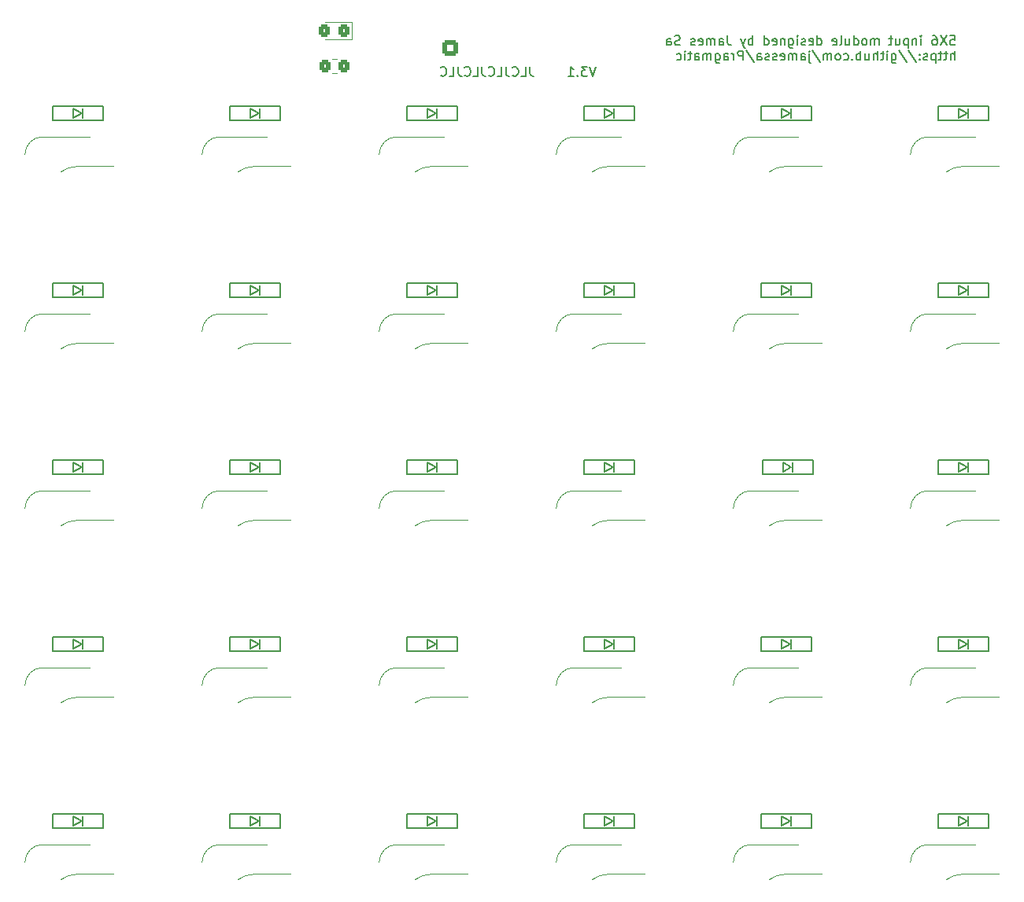
<source format=gbo>
%TF.GenerationSoftware,KiCad,Pcbnew,(6.0.7-1)-1*%
%TF.CreationDate,2022-08-07T13:04:07+08:00*%
%TF.ProjectId,Pragmatic,50726167-6d61-4746-9963-2e6b69636164,3*%
%TF.SameCoordinates,PX9157080PY3680a30*%
%TF.FileFunction,Legend,Bot*%
%TF.FilePolarity,Positive*%
%FSLAX46Y46*%
G04 Gerber Fmt 4.6, Leading zero omitted, Abs format (unit mm)*
G04 Created by KiCad (PCBNEW (6.0.7-1)-1) date 2022-08-07 13:04:07*
%MOMM*%
%LPD*%
G01*
G04 APERTURE LIST*
G04 Aperture macros list*
%AMRoundRect*
0 Rectangle with rounded corners*
0 $1 Rounding radius*
0 $2 $3 $4 $5 $6 $7 $8 $9 X,Y pos of 4 corners*
0 Add a 4 corners polygon primitive as box body*
4,1,4,$2,$3,$4,$5,$6,$7,$8,$9,$2,$3,0*
0 Add four circle primitives for the rounded corners*
1,1,$1+$1,$2,$3*
1,1,$1+$1,$4,$5*
1,1,$1+$1,$6,$7*
1,1,$1+$1,$8,$9*
0 Add four rect primitives between the rounded corners*
20,1,$1+$1,$2,$3,$4,$5,0*
20,1,$1+$1,$4,$5,$6,$7,0*
20,1,$1+$1,$6,$7,$8,$9,0*
20,1,$1+$1,$8,$9,$2,$3,0*%
G04 Aperture macros list end*
%ADD10C,0.150000*%
%ADD11C,0.120000*%
%ADD12C,2.500000*%
%ADD13RoundRect,0.250000X0.600000X-0.600000X0.600000X0.600000X-0.600000X0.600000X-0.600000X-0.600000X0*%
%ADD14C,1.700000*%
%ADD15R,1.400000X1.000000*%
%ADD16C,4.000000*%
%ADD17C,1.900000*%
%ADD18C,3.000000*%
%ADD19C,1.701800*%
%ADD20R,2.550000X2.500000*%
%ADD21C,1.800000*%
%ADD22RoundRect,0.250000X0.325000X0.450000X-0.325000X0.450000X-0.325000X-0.450000X0.325000X-0.450000X0*%
%ADD23RoundRect,0.250000X0.350000X0.450000X-0.350000X0.450000X-0.350000X-0.450000X0.350000X-0.450000X0*%
G04 APERTURE END LIST*
D10*
X-1446786Y17227620D02*
X-970596Y17227620D01*
X-922977Y16751429D01*
X-970596Y16799048D01*
X-1065834Y16846667D01*
X-1303929Y16846667D01*
X-1399167Y16799048D01*
X-1446786Y16751429D01*
X-1494405Y16656191D01*
X-1494405Y16418096D01*
X-1446786Y16322858D01*
X-1399167Y16275239D01*
X-1303929Y16227620D01*
X-1065834Y16227620D01*
X-970596Y16275239D01*
X-922977Y16322858D01*
X-1827739Y17227620D02*
X-2494405Y16227620D01*
X-2494405Y17227620D02*
X-1827739Y16227620D01*
X-3303929Y17227620D02*
X-3113453Y17227620D01*
X-3018215Y17180000D01*
X-2970596Y17132381D01*
X-2875358Y16989524D01*
X-2827739Y16799048D01*
X-2827739Y16418096D01*
X-2875358Y16322858D01*
X-2922977Y16275239D01*
X-3018215Y16227620D01*
X-3208691Y16227620D01*
X-3303929Y16275239D01*
X-3351548Y16322858D01*
X-3399167Y16418096D01*
X-3399167Y16656191D01*
X-3351548Y16751429D01*
X-3303929Y16799048D01*
X-3208691Y16846667D01*
X-3018215Y16846667D01*
X-2922977Y16799048D01*
X-2875358Y16751429D01*
X-2827739Y16656191D01*
X-4589643Y16227620D02*
X-4589643Y16894286D01*
X-4589643Y17227620D02*
X-4542024Y17180000D01*
X-4589643Y17132381D01*
X-4637262Y17180000D01*
X-4589643Y17227620D01*
X-4589643Y17132381D01*
X-5065834Y16894286D02*
X-5065834Y16227620D01*
X-5065834Y16799048D02*
X-5113453Y16846667D01*
X-5208691Y16894286D01*
X-5351548Y16894286D01*
X-5446786Y16846667D01*
X-5494405Y16751429D01*
X-5494405Y16227620D01*
X-5970596Y16894286D02*
X-5970596Y15894286D01*
X-5970596Y16846667D02*
X-6065834Y16894286D01*
X-6256310Y16894286D01*
X-6351548Y16846667D01*
X-6399167Y16799048D01*
X-6446786Y16703810D01*
X-6446786Y16418096D01*
X-6399167Y16322858D01*
X-6351548Y16275239D01*
X-6256310Y16227620D01*
X-6065834Y16227620D01*
X-5970596Y16275239D01*
X-7303929Y16894286D02*
X-7303929Y16227620D01*
X-6875358Y16894286D02*
X-6875358Y16370477D01*
X-6922977Y16275239D01*
X-7018215Y16227620D01*
X-7161072Y16227620D01*
X-7256310Y16275239D01*
X-7303929Y16322858D01*
X-7637262Y16894286D02*
X-8018215Y16894286D01*
X-7780120Y17227620D02*
X-7780120Y16370477D01*
X-7827739Y16275239D01*
X-7922977Y16227620D01*
X-8018215Y16227620D01*
X-9113453Y16227620D02*
X-9113453Y16894286D01*
X-9113453Y16799048D02*
X-9161072Y16846667D01*
X-9256310Y16894286D01*
X-9399167Y16894286D01*
X-9494405Y16846667D01*
X-9542024Y16751429D01*
X-9542024Y16227620D01*
X-9542024Y16751429D02*
X-9589643Y16846667D01*
X-9684881Y16894286D01*
X-9827739Y16894286D01*
X-9922977Y16846667D01*
X-9970596Y16751429D01*
X-9970596Y16227620D01*
X-10589643Y16227620D02*
X-10494405Y16275239D01*
X-10446786Y16322858D01*
X-10399167Y16418096D01*
X-10399167Y16703810D01*
X-10446786Y16799048D01*
X-10494405Y16846667D01*
X-10589643Y16894286D01*
X-10732500Y16894286D01*
X-10827739Y16846667D01*
X-10875358Y16799048D01*
X-10922977Y16703810D01*
X-10922977Y16418096D01*
X-10875358Y16322858D01*
X-10827739Y16275239D01*
X-10732500Y16227620D01*
X-10589643Y16227620D01*
X-11780120Y16227620D02*
X-11780120Y17227620D01*
X-11780120Y16275239D02*
X-11684881Y16227620D01*
X-11494405Y16227620D01*
X-11399167Y16275239D01*
X-11351548Y16322858D01*
X-11303929Y16418096D01*
X-11303929Y16703810D01*
X-11351548Y16799048D01*
X-11399167Y16846667D01*
X-11494405Y16894286D01*
X-11684881Y16894286D01*
X-11780120Y16846667D01*
X-12684881Y16894286D02*
X-12684881Y16227620D01*
X-12256310Y16894286D02*
X-12256310Y16370477D01*
X-12303929Y16275239D01*
X-12399167Y16227620D01*
X-12542024Y16227620D01*
X-12637262Y16275239D01*
X-12684881Y16322858D01*
X-13303929Y16227620D02*
X-13208691Y16275239D01*
X-13161072Y16370477D01*
X-13161072Y17227620D01*
X-14065834Y16275239D02*
X-13970596Y16227620D01*
X-13780120Y16227620D01*
X-13684881Y16275239D01*
X-13637262Y16370477D01*
X-13637262Y16751429D01*
X-13684881Y16846667D01*
X-13780120Y16894286D01*
X-13970596Y16894286D01*
X-14065834Y16846667D01*
X-14113453Y16751429D01*
X-14113453Y16656191D01*
X-13637262Y16560953D01*
X-15732500Y16227620D02*
X-15732500Y17227620D01*
X-15732500Y16275239D02*
X-15637262Y16227620D01*
X-15446786Y16227620D01*
X-15351548Y16275239D01*
X-15303929Y16322858D01*
X-15256310Y16418096D01*
X-15256310Y16703810D01*
X-15303929Y16799048D01*
X-15351548Y16846667D01*
X-15446786Y16894286D01*
X-15637262Y16894286D01*
X-15732500Y16846667D01*
X-16589643Y16275239D02*
X-16494405Y16227620D01*
X-16303929Y16227620D01*
X-16208691Y16275239D01*
X-16161072Y16370477D01*
X-16161072Y16751429D01*
X-16208691Y16846667D01*
X-16303929Y16894286D01*
X-16494405Y16894286D01*
X-16589643Y16846667D01*
X-16637262Y16751429D01*
X-16637262Y16656191D01*
X-16161072Y16560953D01*
X-17018215Y16275239D02*
X-17113453Y16227620D01*
X-17303929Y16227620D01*
X-17399167Y16275239D01*
X-17446786Y16370477D01*
X-17446786Y16418096D01*
X-17399167Y16513334D01*
X-17303929Y16560953D01*
X-17161072Y16560953D01*
X-17065834Y16608572D01*
X-17018215Y16703810D01*
X-17018215Y16751429D01*
X-17065834Y16846667D01*
X-17161072Y16894286D01*
X-17303929Y16894286D01*
X-17399167Y16846667D01*
X-17875358Y16227620D02*
X-17875358Y16894286D01*
X-17875358Y17227620D02*
X-17827739Y17180000D01*
X-17875358Y17132381D01*
X-17922977Y17180000D01*
X-17875358Y17227620D01*
X-17875358Y17132381D01*
X-18780120Y16894286D02*
X-18780120Y16084762D01*
X-18732500Y15989524D01*
X-18684881Y15941905D01*
X-18589643Y15894286D01*
X-18446786Y15894286D01*
X-18351548Y15941905D01*
X-18780120Y16275239D02*
X-18684881Y16227620D01*
X-18494405Y16227620D01*
X-18399167Y16275239D01*
X-18351548Y16322858D01*
X-18303929Y16418096D01*
X-18303929Y16703810D01*
X-18351548Y16799048D01*
X-18399167Y16846667D01*
X-18494405Y16894286D01*
X-18684881Y16894286D01*
X-18780120Y16846667D01*
X-19256310Y16894286D02*
X-19256310Y16227620D01*
X-19256310Y16799048D02*
X-19303929Y16846667D01*
X-19399167Y16894286D01*
X-19542024Y16894286D01*
X-19637262Y16846667D01*
X-19684881Y16751429D01*
X-19684881Y16227620D01*
X-20542024Y16275239D02*
X-20446786Y16227620D01*
X-20256310Y16227620D01*
X-20161072Y16275239D01*
X-20113453Y16370477D01*
X-20113453Y16751429D01*
X-20161072Y16846667D01*
X-20256310Y16894286D01*
X-20446786Y16894286D01*
X-20542024Y16846667D01*
X-20589643Y16751429D01*
X-20589643Y16656191D01*
X-20113453Y16560953D01*
X-21446786Y16227620D02*
X-21446786Y17227620D01*
X-21446786Y16275239D02*
X-21351548Y16227620D01*
X-21161072Y16227620D01*
X-21065834Y16275239D01*
X-21018215Y16322858D01*
X-20970596Y16418096D01*
X-20970596Y16703810D01*
X-21018215Y16799048D01*
X-21065834Y16846667D01*
X-21161072Y16894286D01*
X-21351548Y16894286D01*
X-21446786Y16846667D01*
X-22684881Y16227620D02*
X-22684881Y17227620D01*
X-22684881Y16846667D02*
X-22780120Y16894286D01*
X-22970596Y16894286D01*
X-23065834Y16846667D01*
X-23113453Y16799048D01*
X-23161072Y16703810D01*
X-23161072Y16418096D01*
X-23113453Y16322858D01*
X-23065834Y16275239D01*
X-22970596Y16227620D01*
X-22780120Y16227620D01*
X-22684881Y16275239D01*
X-23494405Y16894286D02*
X-23732500Y16227620D01*
X-23970596Y16894286D02*
X-23732500Y16227620D01*
X-23637262Y15989524D01*
X-23589643Y15941905D01*
X-23494405Y15894286D01*
X-25399167Y17227620D02*
X-25399167Y16513334D01*
X-25351548Y16370477D01*
X-25256310Y16275239D01*
X-25113453Y16227620D01*
X-25018215Y16227620D01*
X-26303929Y16227620D02*
X-26303929Y16751429D01*
X-26256310Y16846667D01*
X-26161072Y16894286D01*
X-25970596Y16894286D01*
X-25875358Y16846667D01*
X-26303929Y16275239D02*
X-26208691Y16227620D01*
X-25970596Y16227620D01*
X-25875358Y16275239D01*
X-25827739Y16370477D01*
X-25827739Y16465715D01*
X-25875358Y16560953D01*
X-25970596Y16608572D01*
X-26208691Y16608572D01*
X-26303929Y16656191D01*
X-26780120Y16227620D02*
X-26780120Y16894286D01*
X-26780120Y16799048D02*
X-26827739Y16846667D01*
X-26922977Y16894286D01*
X-27065834Y16894286D01*
X-27161072Y16846667D01*
X-27208691Y16751429D01*
X-27208691Y16227620D01*
X-27208691Y16751429D02*
X-27256310Y16846667D01*
X-27351548Y16894286D01*
X-27494405Y16894286D01*
X-27589643Y16846667D01*
X-27637262Y16751429D01*
X-27637262Y16227620D01*
X-28494405Y16275239D02*
X-28399167Y16227620D01*
X-28208691Y16227620D01*
X-28113453Y16275239D01*
X-28065834Y16370477D01*
X-28065834Y16751429D01*
X-28113453Y16846667D01*
X-28208691Y16894286D01*
X-28399167Y16894286D01*
X-28494405Y16846667D01*
X-28542024Y16751429D01*
X-28542024Y16656191D01*
X-28065834Y16560953D01*
X-28922977Y16275239D02*
X-29018215Y16227620D01*
X-29208691Y16227620D01*
X-29303929Y16275239D01*
X-29351548Y16370477D01*
X-29351548Y16418096D01*
X-29303929Y16513334D01*
X-29208691Y16560953D01*
X-29065834Y16560953D01*
X-28970596Y16608572D01*
X-28922977Y16703810D01*
X-28922977Y16751429D01*
X-28970596Y16846667D01*
X-29065834Y16894286D01*
X-29208691Y16894286D01*
X-29303929Y16846667D01*
X-30494405Y16275239D02*
X-30637262Y16227620D01*
X-30875358Y16227620D01*
X-30970596Y16275239D01*
X-31018215Y16322858D01*
X-31065834Y16418096D01*
X-31065834Y16513334D01*
X-31018215Y16608572D01*
X-30970596Y16656191D01*
X-30875358Y16703810D01*
X-30684881Y16751429D01*
X-30589643Y16799048D01*
X-30542024Y16846667D01*
X-30494405Y16941905D01*
X-30494405Y17037143D01*
X-30542024Y17132381D01*
X-30589643Y17180000D01*
X-30684881Y17227620D01*
X-30922977Y17227620D01*
X-31065834Y17180000D01*
X-31922977Y16227620D02*
X-31922977Y16751429D01*
X-31875358Y16846667D01*
X-31780120Y16894286D01*
X-31589643Y16894286D01*
X-31494405Y16846667D01*
X-31922977Y16275239D02*
X-31827739Y16227620D01*
X-31589643Y16227620D01*
X-31494405Y16275239D01*
X-31446786Y16370477D01*
X-31446786Y16465715D01*
X-31494405Y16560953D01*
X-31589643Y16608572D01*
X-31827739Y16608572D01*
X-31922977Y16656191D01*
X-970596Y14617620D02*
X-970596Y15617620D01*
X-1399167Y14617620D02*
X-1399167Y15141429D01*
X-1351548Y15236667D01*
X-1256310Y15284286D01*
X-1113453Y15284286D01*
X-1018215Y15236667D01*
X-970596Y15189048D01*
X-1732500Y15284286D02*
X-2113453Y15284286D01*
X-1875358Y15617620D02*
X-1875358Y14760477D01*
X-1922977Y14665239D01*
X-2018215Y14617620D01*
X-2113453Y14617620D01*
X-2303929Y15284286D02*
X-2684881Y15284286D01*
X-2446786Y15617620D02*
X-2446786Y14760477D01*
X-2494405Y14665239D01*
X-2589643Y14617620D01*
X-2684881Y14617620D01*
X-3018215Y15284286D02*
X-3018215Y14284286D01*
X-3018215Y15236667D02*
X-3113453Y15284286D01*
X-3303929Y15284286D01*
X-3399167Y15236667D01*
X-3446786Y15189048D01*
X-3494405Y15093810D01*
X-3494405Y14808096D01*
X-3446786Y14712858D01*
X-3399167Y14665239D01*
X-3303929Y14617620D01*
X-3113453Y14617620D01*
X-3018215Y14665239D01*
X-3875358Y14665239D02*
X-3970596Y14617620D01*
X-4161072Y14617620D01*
X-4256310Y14665239D01*
X-4303929Y14760477D01*
X-4303929Y14808096D01*
X-4256310Y14903334D01*
X-4161072Y14950953D01*
X-4018215Y14950953D01*
X-3922977Y14998572D01*
X-3875358Y15093810D01*
X-3875358Y15141429D01*
X-3922977Y15236667D01*
X-4018215Y15284286D01*
X-4161072Y15284286D01*
X-4256310Y15236667D01*
X-4732500Y14712858D02*
X-4780120Y14665239D01*
X-4732500Y14617620D01*
X-4684881Y14665239D01*
X-4732500Y14712858D01*
X-4732500Y14617620D01*
X-4732500Y15236667D02*
X-4780120Y15189048D01*
X-4732500Y15141429D01*
X-4684881Y15189048D01*
X-4732500Y15236667D01*
X-4732500Y15141429D01*
X-5922977Y15665239D02*
X-5065834Y14379524D01*
X-6970596Y15665239D02*
X-6113453Y14379524D01*
X-7732500Y15284286D02*
X-7732500Y14474762D01*
X-7684881Y14379524D01*
X-7637262Y14331905D01*
X-7542024Y14284286D01*
X-7399167Y14284286D01*
X-7303929Y14331905D01*
X-7732500Y14665239D02*
X-7637262Y14617620D01*
X-7446786Y14617620D01*
X-7351548Y14665239D01*
X-7303929Y14712858D01*
X-7256310Y14808096D01*
X-7256310Y15093810D01*
X-7303929Y15189048D01*
X-7351548Y15236667D01*
X-7446786Y15284286D01*
X-7637262Y15284286D01*
X-7732500Y15236667D01*
X-8208691Y14617620D02*
X-8208691Y15284286D01*
X-8208691Y15617620D02*
X-8161072Y15570000D01*
X-8208691Y15522381D01*
X-8256310Y15570000D01*
X-8208691Y15617620D01*
X-8208691Y15522381D01*
X-8542024Y15284286D02*
X-8922977Y15284286D01*
X-8684881Y15617620D02*
X-8684881Y14760477D01*
X-8732500Y14665239D01*
X-8827739Y14617620D01*
X-8922977Y14617620D01*
X-9256310Y14617620D02*
X-9256310Y15617620D01*
X-9684881Y14617620D02*
X-9684881Y15141429D01*
X-9637262Y15236667D01*
X-9542024Y15284286D01*
X-9399167Y15284286D01*
X-9303929Y15236667D01*
X-9256310Y15189048D01*
X-10589643Y15284286D02*
X-10589643Y14617620D01*
X-10161072Y15284286D02*
X-10161072Y14760477D01*
X-10208691Y14665239D01*
X-10303929Y14617620D01*
X-10446786Y14617620D01*
X-10542024Y14665239D01*
X-10589643Y14712858D01*
X-11065834Y14617620D02*
X-11065834Y15617620D01*
X-11065834Y15236667D02*
X-11161072Y15284286D01*
X-11351548Y15284286D01*
X-11446786Y15236667D01*
X-11494405Y15189048D01*
X-11542024Y15093810D01*
X-11542024Y14808096D01*
X-11494405Y14712858D01*
X-11446786Y14665239D01*
X-11351548Y14617620D01*
X-11161072Y14617620D01*
X-11065834Y14665239D01*
X-11970596Y14712858D02*
X-12018215Y14665239D01*
X-11970596Y14617620D01*
X-11922977Y14665239D01*
X-11970596Y14712858D01*
X-11970596Y14617620D01*
X-12875358Y14665239D02*
X-12780120Y14617620D01*
X-12589643Y14617620D01*
X-12494405Y14665239D01*
X-12446786Y14712858D01*
X-12399167Y14808096D01*
X-12399167Y15093810D01*
X-12446786Y15189048D01*
X-12494405Y15236667D01*
X-12589643Y15284286D01*
X-12780120Y15284286D01*
X-12875358Y15236667D01*
X-13446786Y14617620D02*
X-13351548Y14665239D01*
X-13303929Y14712858D01*
X-13256310Y14808096D01*
X-13256310Y15093810D01*
X-13303929Y15189048D01*
X-13351548Y15236667D01*
X-13446786Y15284286D01*
X-13589643Y15284286D01*
X-13684881Y15236667D01*
X-13732500Y15189048D01*
X-13780120Y15093810D01*
X-13780120Y14808096D01*
X-13732500Y14712858D01*
X-13684881Y14665239D01*
X-13589643Y14617620D01*
X-13446786Y14617620D01*
X-14208691Y14617620D02*
X-14208691Y15284286D01*
X-14208691Y15189048D02*
X-14256310Y15236667D01*
X-14351548Y15284286D01*
X-14494405Y15284286D01*
X-14589643Y15236667D01*
X-14637262Y15141429D01*
X-14637262Y14617620D01*
X-14637262Y15141429D02*
X-14684881Y15236667D01*
X-14780120Y15284286D01*
X-14922977Y15284286D01*
X-15018215Y15236667D01*
X-15065834Y15141429D01*
X-15065834Y14617620D01*
X-16256310Y15665239D02*
X-15399167Y14379524D01*
X-16589643Y15284286D02*
X-16589643Y14427143D01*
X-16542024Y14331905D01*
X-16446786Y14284286D01*
X-16399167Y14284286D01*
X-16589643Y15617620D02*
X-16542024Y15570000D01*
X-16589643Y15522381D01*
X-16637262Y15570000D01*
X-16589643Y15617620D01*
X-16589643Y15522381D01*
X-17494405Y14617620D02*
X-17494405Y15141429D01*
X-17446786Y15236667D01*
X-17351548Y15284286D01*
X-17161072Y15284286D01*
X-17065834Y15236667D01*
X-17494405Y14665239D02*
X-17399167Y14617620D01*
X-17161072Y14617620D01*
X-17065834Y14665239D01*
X-17018215Y14760477D01*
X-17018215Y14855715D01*
X-17065834Y14950953D01*
X-17161072Y14998572D01*
X-17399167Y14998572D01*
X-17494405Y15046191D01*
X-17970596Y14617620D02*
X-17970596Y15284286D01*
X-17970596Y15189048D02*
X-18018215Y15236667D01*
X-18113453Y15284286D01*
X-18256310Y15284286D01*
X-18351548Y15236667D01*
X-18399167Y15141429D01*
X-18399167Y14617620D01*
X-18399167Y15141429D02*
X-18446786Y15236667D01*
X-18542024Y15284286D01*
X-18684881Y15284286D01*
X-18780120Y15236667D01*
X-18827739Y15141429D01*
X-18827739Y14617620D01*
X-19684881Y14665239D02*
X-19589643Y14617620D01*
X-19399167Y14617620D01*
X-19303929Y14665239D01*
X-19256310Y14760477D01*
X-19256310Y15141429D01*
X-19303929Y15236667D01*
X-19399167Y15284286D01*
X-19589643Y15284286D01*
X-19684881Y15236667D01*
X-19732500Y15141429D01*
X-19732500Y15046191D01*
X-19256310Y14950953D01*
X-20113453Y14665239D02*
X-20208691Y14617620D01*
X-20399167Y14617620D01*
X-20494405Y14665239D01*
X-20542024Y14760477D01*
X-20542024Y14808096D01*
X-20494405Y14903334D01*
X-20399167Y14950953D01*
X-20256310Y14950953D01*
X-20161072Y14998572D01*
X-20113453Y15093810D01*
X-20113453Y15141429D01*
X-20161072Y15236667D01*
X-20256310Y15284286D01*
X-20399167Y15284286D01*
X-20494405Y15236667D01*
X-20922977Y14665239D02*
X-21018215Y14617620D01*
X-21208691Y14617620D01*
X-21303929Y14665239D01*
X-21351548Y14760477D01*
X-21351548Y14808096D01*
X-21303929Y14903334D01*
X-21208691Y14950953D01*
X-21065834Y14950953D01*
X-20970596Y14998572D01*
X-20922977Y15093810D01*
X-20922977Y15141429D01*
X-20970596Y15236667D01*
X-21065834Y15284286D01*
X-21208691Y15284286D01*
X-21303929Y15236667D01*
X-22208691Y14617620D02*
X-22208691Y15141429D01*
X-22161072Y15236667D01*
X-22065834Y15284286D01*
X-21875358Y15284286D01*
X-21780120Y15236667D01*
X-22208691Y14665239D02*
X-22113453Y14617620D01*
X-21875358Y14617620D01*
X-21780120Y14665239D01*
X-21732500Y14760477D01*
X-21732500Y14855715D01*
X-21780120Y14950953D01*
X-21875358Y14998572D01*
X-22113453Y14998572D01*
X-22208691Y15046191D01*
X-23399167Y15665239D02*
X-22542024Y14379524D01*
X-23732500Y14617620D02*
X-23732500Y15617620D01*
X-24113453Y15617620D01*
X-24208691Y15570000D01*
X-24256310Y15522381D01*
X-24303929Y15427143D01*
X-24303929Y15284286D01*
X-24256310Y15189048D01*
X-24208691Y15141429D01*
X-24113453Y15093810D01*
X-23732500Y15093810D01*
X-24732500Y14617620D02*
X-24732500Y15284286D01*
X-24732500Y15093810D02*
X-24780120Y15189048D01*
X-24827739Y15236667D01*
X-24922977Y15284286D01*
X-25018215Y15284286D01*
X-25780120Y14617620D02*
X-25780120Y15141429D01*
X-25732500Y15236667D01*
X-25637262Y15284286D01*
X-25446786Y15284286D01*
X-25351548Y15236667D01*
X-25780120Y14665239D02*
X-25684881Y14617620D01*
X-25446786Y14617620D01*
X-25351548Y14665239D01*
X-25303929Y14760477D01*
X-25303929Y14855715D01*
X-25351548Y14950953D01*
X-25446786Y14998572D01*
X-25684881Y14998572D01*
X-25780120Y15046191D01*
X-26684881Y15284286D02*
X-26684881Y14474762D01*
X-26637262Y14379524D01*
X-26589643Y14331905D01*
X-26494405Y14284286D01*
X-26351548Y14284286D01*
X-26256310Y14331905D01*
X-26684881Y14665239D02*
X-26589643Y14617620D01*
X-26399167Y14617620D01*
X-26303929Y14665239D01*
X-26256310Y14712858D01*
X-26208691Y14808096D01*
X-26208691Y15093810D01*
X-26256310Y15189048D01*
X-26303929Y15236667D01*
X-26399167Y15284286D01*
X-26589643Y15284286D01*
X-26684881Y15236667D01*
X-27161072Y14617620D02*
X-27161072Y15284286D01*
X-27161072Y15189048D02*
X-27208691Y15236667D01*
X-27303929Y15284286D01*
X-27446786Y15284286D01*
X-27542024Y15236667D01*
X-27589643Y15141429D01*
X-27589643Y14617620D01*
X-27589643Y15141429D02*
X-27637262Y15236667D01*
X-27732500Y15284286D01*
X-27875358Y15284286D01*
X-27970596Y15236667D01*
X-28018215Y15141429D01*
X-28018215Y14617620D01*
X-28922977Y14617620D02*
X-28922977Y15141429D01*
X-28875358Y15236667D01*
X-28780120Y15284286D01*
X-28589643Y15284286D01*
X-28494405Y15236667D01*
X-28922977Y14665239D02*
X-28827739Y14617620D01*
X-28589643Y14617620D01*
X-28494405Y14665239D01*
X-28446786Y14760477D01*
X-28446786Y14855715D01*
X-28494405Y14950953D01*
X-28589643Y14998572D01*
X-28827739Y14998572D01*
X-28922977Y15046191D01*
X-29256310Y15284286D02*
X-29637262Y15284286D01*
X-29399167Y15617620D02*
X-29399167Y14760477D01*
X-29446786Y14665239D01*
X-29542024Y14617620D01*
X-29637262Y14617620D01*
X-29970596Y14617620D02*
X-29970596Y15284286D01*
X-29970596Y15617620D02*
X-29922977Y15570000D01*
X-29970596Y15522381D01*
X-30018215Y15570000D01*
X-29970596Y15617620D01*
X-29970596Y15522381D01*
X-30875358Y14665239D02*
X-30780120Y14617620D01*
X-30589643Y14617620D01*
X-30494405Y14665239D01*
X-30446786Y14712858D01*
X-30399167Y14808096D01*
X-30399167Y15093810D01*
X-30446786Y15189048D01*
X-30494405Y15236667D01*
X-30589643Y15284286D01*
X-30780120Y15284286D01*
X-30875358Y15236667D01*
X-46655596Y13891381D02*
X-46655596Y13165667D01*
X-46607977Y13020524D01*
X-46512739Y12923762D01*
X-46369881Y12875381D01*
X-46274643Y12875381D01*
X-47607977Y12875381D02*
X-47131786Y12875381D01*
X-47131786Y13891381D01*
X-48512739Y12972143D02*
X-48465120Y12923762D01*
X-48322262Y12875381D01*
X-48227024Y12875381D01*
X-48084167Y12923762D01*
X-47988929Y13020524D01*
X-47941310Y13117286D01*
X-47893691Y13310810D01*
X-47893691Y13455953D01*
X-47941310Y13649477D01*
X-47988929Y13746239D01*
X-48084167Y13843000D01*
X-48227024Y13891381D01*
X-48322262Y13891381D01*
X-48465120Y13843000D01*
X-48512739Y13794620D01*
X-49227024Y13891381D02*
X-49227024Y13165667D01*
X-49179405Y13020524D01*
X-49084167Y12923762D01*
X-48941310Y12875381D01*
X-48846072Y12875381D01*
X-50179405Y12875381D02*
X-49703215Y12875381D01*
X-49703215Y13891381D01*
X-51084167Y12972143D02*
X-51036548Y12923762D01*
X-50893691Y12875381D01*
X-50798453Y12875381D01*
X-50655596Y12923762D01*
X-50560358Y13020524D01*
X-50512739Y13117286D01*
X-50465120Y13310810D01*
X-50465120Y13455953D01*
X-50512739Y13649477D01*
X-50560358Y13746239D01*
X-50655596Y13843000D01*
X-50798453Y13891381D01*
X-50893691Y13891381D01*
X-51036548Y13843000D01*
X-51084167Y13794620D01*
X-51798453Y13891381D02*
X-51798453Y13165667D01*
X-51750834Y13020524D01*
X-51655596Y12923762D01*
X-51512739Y12875381D01*
X-51417500Y12875381D01*
X-52750834Y12875381D02*
X-52274643Y12875381D01*
X-52274643Y13891381D01*
X-53655596Y12972143D02*
X-53607977Y12923762D01*
X-53465120Y12875381D01*
X-53369881Y12875381D01*
X-53227024Y12923762D01*
X-53131786Y13020524D01*
X-53084167Y13117286D01*
X-53036548Y13310810D01*
X-53036548Y13455953D01*
X-53084167Y13649477D01*
X-53131786Y13746239D01*
X-53227024Y13843000D01*
X-53369881Y13891381D01*
X-53465120Y13891381D01*
X-53607977Y13843000D01*
X-53655596Y13794620D01*
X-54369881Y13891381D02*
X-54369881Y13165667D01*
X-54322262Y13020524D01*
X-54227024Y12923762D01*
X-54084167Y12875381D01*
X-53988929Y12875381D01*
X-55322262Y12875381D02*
X-54846072Y12875381D01*
X-54846072Y13891381D01*
X-56227024Y12972143D02*
X-56179405Y12923762D01*
X-56036548Y12875381D01*
X-55941310Y12875381D01*
X-55798453Y12923762D01*
X-55703215Y13020524D01*
X-55655596Y13117286D01*
X-55607977Y13310810D01*
X-55607977Y13455953D01*
X-55655596Y13649477D01*
X-55703215Y13746239D01*
X-55798453Y13843000D01*
X-55941310Y13891381D01*
X-56036548Y13891381D01*
X-56179405Y13843000D01*
X-56227024Y13794620D01*
X-39562739Y13882620D02*
X-39896072Y12882620D01*
X-40229405Y13882620D01*
X-40467500Y13882620D02*
X-41086548Y13882620D01*
X-40753215Y13501667D01*
X-40896072Y13501667D01*
X-40991310Y13454048D01*
X-41038929Y13406429D01*
X-41086548Y13311191D01*
X-41086548Y13073096D01*
X-41038929Y12977858D01*
X-40991310Y12930239D01*
X-40896072Y12882620D01*
X-40610358Y12882620D01*
X-40515120Y12930239D01*
X-40467500Y12977858D01*
X-41515120Y12977858D02*
X-41562739Y12930239D01*
X-41515120Y12882620D01*
X-41467500Y12930239D01*
X-41515120Y12977858D01*
X-41515120Y12882620D01*
X-42515120Y12882620D02*
X-41943691Y12882620D01*
X-42229405Y12882620D02*
X-42229405Y13882620D01*
X-42134167Y13739762D01*
X-42038929Y13644524D01*
X-41943691Y13596905D01*
%TO.C,D1*%
X-95750000Y9390000D02*
X-95750000Y8390000D01*
X-97950000Y9640000D02*
X-97950000Y8140000D01*
X-94750000Y9390000D02*
X-94750000Y8390000D01*
X-95750000Y8390000D02*
X-94850000Y8890000D01*
X-92550000Y9640000D02*
X-92550000Y8140000D01*
X-94850000Y8890000D02*
X-95750000Y9390000D01*
X-92550000Y8140000D02*
X-97950000Y8140000D01*
X-97950000Y9640000D02*
X-92550000Y9640000D01*
%TO.C,D7*%
X-92550000Y-10910000D02*
X-97950000Y-10910000D01*
X-95750000Y-9660000D02*
X-95750000Y-10660000D01*
X-94750000Y-9660000D02*
X-94750000Y-10660000D01*
X-95750000Y-10660000D02*
X-94850000Y-10160000D01*
X-97950000Y-9410000D02*
X-97950000Y-10910000D01*
X-97950000Y-9410000D02*
X-92550000Y-9410000D01*
X-92550000Y-9410000D02*
X-92550000Y-10910000D01*
X-94850000Y-10160000D02*
X-95750000Y-9660000D01*
%TO.C,D8*%
X-78900000Y-9410000D02*
X-78900000Y-10910000D01*
X-76700000Y-10660000D02*
X-75800000Y-10160000D01*
X-76700000Y-9660000D02*
X-76700000Y-10660000D01*
X-73500000Y-9410000D02*
X-73500000Y-10910000D01*
X-75700000Y-9660000D02*
X-75700000Y-10660000D01*
X-75800000Y-10160000D02*
X-76700000Y-9660000D01*
X-78900000Y-9410000D02*
X-73500000Y-9410000D01*
X-73500000Y-10910000D02*
X-78900000Y-10910000D01*
D11*
%TO.C,SW1*%
X-99060000Y6350000D02*
X-93980000Y6350000D01*
X-95250000Y3175000D02*
X-91440000Y3175000D01*
X-95250000Y3175000D02*
G75*
G03*
X-97155000Y2540000I3J-3175009D01*
G01*
X-99060000Y6350000D02*
G75*
G03*
X-100965000Y4445000I0J-1905000D01*
G01*
%TO.C,SW7*%
X-95250000Y-15875000D02*
X-91440000Y-15875000D01*
X-99060000Y-12700000D02*
X-93980000Y-12700000D01*
X-95250000Y-15875000D02*
G75*
G03*
X-97155000Y-16510000I3J-3175009D01*
G01*
X-99060000Y-12700000D02*
G75*
G03*
X-100965000Y-14605000I0J-1905000D01*
G01*
%TO.C,SW8*%
X-76200000Y-15875000D02*
X-72390000Y-15875000D01*
X-80010000Y-12700000D02*
X-74930000Y-12700000D01*
X-76200000Y-15875000D02*
G75*
G03*
X-78105000Y-16510000I3J-3175009D01*
G01*
X-80010000Y-12700000D02*
G75*
G03*
X-81915000Y-14605000I0J-1905000D01*
G01*
D10*
%TO.C,D2*%
X-78900000Y9640000D02*
X-73500000Y9640000D01*
X-76700000Y8390000D02*
X-75800000Y8890000D01*
X-75700000Y9390000D02*
X-75700000Y8390000D01*
X-78900000Y9640000D02*
X-78900000Y8140000D01*
X-75800000Y8890000D02*
X-76700000Y9390000D01*
X-76700000Y9390000D02*
X-76700000Y8390000D01*
X-73500000Y8140000D02*
X-78900000Y8140000D01*
X-73500000Y9640000D02*
X-73500000Y8140000D01*
D11*
%TO.C,SW2*%
X-76200000Y3175000D02*
X-72390000Y3175000D01*
X-80010000Y6350000D02*
X-74930000Y6350000D01*
X-80010000Y6350000D02*
G75*
G03*
X-81915000Y4445000I0J-1905000D01*
G01*
X-76200000Y3175000D02*
G75*
G03*
X-78105000Y2540000I3J-3175009D01*
G01*
D10*
%TO.C,D3*%
X-59850000Y9640000D02*
X-54450000Y9640000D01*
X-54450000Y9640000D02*
X-54450000Y8140000D01*
X-57650000Y9390000D02*
X-57650000Y8390000D01*
X-59850000Y9640000D02*
X-59850000Y8140000D01*
X-54450000Y8140000D02*
X-59850000Y8140000D01*
X-56750000Y8890000D02*
X-57650000Y9390000D01*
X-56650000Y9390000D02*
X-56650000Y8390000D01*
X-57650000Y8390000D02*
X-56750000Y8890000D01*
%TO.C,D4*%
X-35400000Y8140000D02*
X-40800000Y8140000D01*
X-37700000Y8890000D02*
X-38600000Y9390000D01*
X-35400000Y9640000D02*
X-35400000Y8140000D01*
X-40800000Y9640000D02*
X-40800000Y8140000D01*
X-37600000Y9390000D02*
X-37600000Y8390000D01*
X-38600000Y8390000D02*
X-37700000Y8890000D01*
X-38600000Y9390000D02*
X-38600000Y8390000D01*
X-40800000Y9640000D02*
X-35400000Y9640000D01*
%TO.C,D5*%
X-21750000Y9640000D02*
X-16350000Y9640000D01*
X-19550000Y8390000D02*
X-18650000Y8890000D01*
X-16350000Y8140000D02*
X-21750000Y8140000D01*
X-18550000Y9390000D02*
X-18550000Y8390000D01*
X-21750000Y9640000D02*
X-21750000Y8140000D01*
X-16350000Y9640000D02*
X-16350000Y8140000D01*
X-18650000Y8890000D02*
X-19550000Y9390000D01*
X-19550000Y9390000D02*
X-19550000Y8390000D01*
%TO.C,D6*%
X-2700000Y9640000D02*
X2700000Y9640000D01*
X400000Y8890000D02*
X-500000Y9390000D01*
X-500000Y8390000D02*
X400000Y8890000D01*
X2700000Y9640000D02*
X2700000Y8140000D01*
X500000Y9390000D02*
X500000Y8390000D01*
X2700000Y8140000D02*
X-2700000Y8140000D01*
X-2700000Y9640000D02*
X-2700000Y8140000D01*
X-500000Y9390000D02*
X-500000Y8390000D01*
%TO.C,D9*%
X-54450000Y-9410000D02*
X-54450000Y-10910000D01*
X-56750000Y-10160000D02*
X-57650000Y-9660000D01*
X-54450000Y-10910000D02*
X-59850000Y-10910000D01*
X-59850000Y-9410000D02*
X-54450000Y-9410000D01*
X-56650000Y-9660000D02*
X-56650000Y-10660000D01*
X-57650000Y-9660000D02*
X-57650000Y-10660000D01*
X-59850000Y-9410000D02*
X-59850000Y-10910000D01*
X-57650000Y-10660000D02*
X-56750000Y-10160000D01*
%TO.C,D10*%
X-35400000Y-10910000D02*
X-40800000Y-10910000D01*
X-35400000Y-9410000D02*
X-35400000Y-10910000D01*
X-37600000Y-9660000D02*
X-37600000Y-10660000D01*
X-40800000Y-9410000D02*
X-40800000Y-10910000D01*
X-38600000Y-9660000D02*
X-38600000Y-10660000D01*
X-40800000Y-9410000D02*
X-35400000Y-9410000D01*
X-38600000Y-10660000D02*
X-37700000Y-10160000D01*
X-37700000Y-10160000D02*
X-38600000Y-9660000D01*
%TO.C,D11*%
X-19550000Y-10660000D02*
X-18650000Y-10160000D01*
X-21750000Y-9410000D02*
X-21750000Y-10910000D01*
X-19550000Y-9660000D02*
X-19550000Y-10660000D01*
X-16350000Y-9410000D02*
X-16350000Y-10910000D01*
X-16350000Y-10910000D02*
X-21750000Y-10910000D01*
X-18650000Y-10160000D02*
X-19550000Y-9660000D01*
X-18550000Y-9660000D02*
X-18550000Y-10660000D01*
X-21750000Y-9410000D02*
X-16350000Y-9410000D01*
%TO.C,D12*%
X-2700000Y-9410000D02*
X2700000Y-9410000D01*
X2700000Y-10910000D02*
X-2700000Y-10910000D01*
X500000Y-9660000D02*
X500000Y-10660000D01*
X-500000Y-10660000D02*
X400000Y-10160000D01*
X400000Y-10160000D02*
X-500000Y-9660000D01*
X-500000Y-9660000D02*
X-500000Y-10660000D01*
X-2700000Y-9410000D02*
X-2700000Y-10910000D01*
X2700000Y-9410000D02*
X2700000Y-10910000D01*
%TO.C,D13*%
X-92550000Y-29960000D02*
X-97950000Y-29960000D01*
X-95750000Y-28710000D02*
X-95750000Y-29710000D01*
X-94750000Y-28710000D02*
X-94750000Y-29710000D01*
X-97950000Y-28460000D02*
X-92550000Y-28460000D01*
X-95750000Y-29710000D02*
X-94850000Y-29210000D01*
X-94850000Y-29210000D02*
X-95750000Y-28710000D01*
X-97950000Y-28460000D02*
X-97950000Y-29960000D01*
X-92550000Y-28460000D02*
X-92550000Y-29960000D01*
%TO.C,D14*%
X-76700000Y-29710000D02*
X-75800000Y-29210000D01*
X-75800000Y-29210000D02*
X-76700000Y-28710000D01*
X-76700000Y-28710000D02*
X-76700000Y-29710000D01*
X-73500000Y-29960000D02*
X-78900000Y-29960000D01*
X-78900000Y-28460000D02*
X-73500000Y-28460000D01*
X-75700000Y-28710000D02*
X-75700000Y-29710000D01*
X-73500000Y-28460000D02*
X-73500000Y-29960000D01*
X-78900000Y-28460000D02*
X-78900000Y-29960000D01*
%TO.C,D15*%
X-56750000Y-29210000D02*
X-57650000Y-28710000D01*
X-57650000Y-29710000D02*
X-56750000Y-29210000D01*
X-57650000Y-28710000D02*
X-57650000Y-29710000D01*
X-54450000Y-28460000D02*
X-54450000Y-29960000D01*
X-59850000Y-28460000D02*
X-59850000Y-29960000D01*
X-54450000Y-29960000D02*
X-59850000Y-29960000D01*
X-59850000Y-28460000D02*
X-54450000Y-28460000D01*
X-56650000Y-28710000D02*
X-56650000Y-29710000D01*
%TO.C,D16*%
X-35400000Y-28460000D02*
X-35400000Y-29960000D01*
X-40800000Y-28460000D02*
X-35400000Y-28460000D01*
X-38600000Y-28710000D02*
X-38600000Y-29710000D01*
X-35400000Y-29960000D02*
X-40800000Y-29960000D01*
X-40800000Y-28460000D02*
X-40800000Y-29960000D01*
X-37600000Y-28710000D02*
X-37600000Y-29710000D01*
X-37700000Y-29210000D02*
X-38600000Y-28710000D01*
X-38600000Y-29710000D02*
X-37700000Y-29210000D01*
%TO.C,D17*%
X-19420000Y-29710000D02*
X-18520000Y-29210000D01*
X-16220000Y-28460000D02*
X-16220000Y-29960000D01*
X-18420000Y-28710000D02*
X-18420000Y-29710000D01*
X-21620000Y-28460000D02*
X-16220000Y-28460000D01*
X-16220000Y-29960000D02*
X-21620000Y-29960000D01*
X-21620000Y-28460000D02*
X-21620000Y-29960000D01*
X-19420000Y-28710000D02*
X-19420000Y-29710000D01*
X-18520000Y-29210000D02*
X-19420000Y-28710000D01*
%TO.C,D18*%
X-2700000Y-28460000D02*
X-2700000Y-29960000D01*
X2700000Y-29960000D02*
X-2700000Y-29960000D01*
X-2700000Y-28460000D02*
X2700000Y-28460000D01*
X500000Y-28710000D02*
X500000Y-29710000D01*
X2700000Y-28460000D02*
X2700000Y-29960000D01*
X-500000Y-28710000D02*
X-500000Y-29710000D01*
X-500000Y-29710000D02*
X400000Y-29210000D01*
X400000Y-29210000D02*
X-500000Y-28710000D01*
%TO.C,D19*%
X-94750000Y-47760000D02*
X-94750000Y-48760000D01*
X-95750000Y-48760000D02*
X-94850000Y-48260000D01*
X-97950000Y-47510000D02*
X-97950000Y-49010000D01*
X-92550000Y-49010000D02*
X-97950000Y-49010000D01*
X-94850000Y-48260000D02*
X-95750000Y-47760000D01*
X-95750000Y-47760000D02*
X-95750000Y-48760000D01*
X-92550000Y-47510000D02*
X-92550000Y-49010000D01*
X-97950000Y-47510000D02*
X-92550000Y-47510000D01*
%TO.C,D20*%
X-78900000Y-47510000D02*
X-73500000Y-47510000D01*
X-75800000Y-48260000D02*
X-76700000Y-47760000D01*
X-73500000Y-49010000D02*
X-78900000Y-49010000D01*
X-75700000Y-47760000D02*
X-75700000Y-48760000D01*
X-73500000Y-47510000D02*
X-73500000Y-49010000D01*
X-76700000Y-47760000D02*
X-76700000Y-48760000D01*
X-78900000Y-47510000D02*
X-78900000Y-49010000D01*
X-76700000Y-48760000D02*
X-75800000Y-48260000D01*
%TO.C,D21*%
X-54450000Y-47510000D02*
X-54450000Y-49010000D01*
X-56750000Y-48260000D02*
X-57650000Y-47760000D01*
X-57650000Y-48760000D02*
X-56750000Y-48260000D01*
X-56650000Y-47760000D02*
X-56650000Y-48760000D01*
X-57650000Y-47760000D02*
X-57650000Y-48760000D01*
X-54450000Y-49010000D02*
X-59850000Y-49010000D01*
X-59850000Y-47510000D02*
X-54450000Y-47510000D01*
X-59850000Y-47510000D02*
X-59850000Y-49010000D01*
%TO.C,D22*%
X-37700000Y-48260000D02*
X-38600000Y-47760000D01*
X-40800000Y-47510000D02*
X-35400000Y-47510000D01*
X-35400000Y-47510000D02*
X-35400000Y-49010000D01*
X-38600000Y-48760000D02*
X-37700000Y-48260000D01*
X-40800000Y-47510000D02*
X-40800000Y-49010000D01*
X-38600000Y-47760000D02*
X-38600000Y-48760000D01*
X-37600000Y-47760000D02*
X-37600000Y-48760000D01*
X-35400000Y-49010000D02*
X-40800000Y-49010000D01*
%TO.C,D23*%
X-18550000Y-47760000D02*
X-18550000Y-48760000D01*
X-19550000Y-48760000D02*
X-18650000Y-48260000D01*
X-16350000Y-47510000D02*
X-16350000Y-49010000D01*
X-21750000Y-47510000D02*
X-16350000Y-47510000D01*
X-16350000Y-49010000D02*
X-21750000Y-49010000D01*
X-19550000Y-47760000D02*
X-19550000Y-48760000D01*
X-21750000Y-47510000D02*
X-21750000Y-49010000D01*
X-18650000Y-48260000D02*
X-19550000Y-47760000D01*
%TO.C,D24*%
X2700000Y-47510000D02*
X2700000Y-49010000D01*
X2700000Y-49010000D02*
X-2700000Y-49010000D01*
X400000Y-48260000D02*
X-500000Y-47760000D01*
X-500000Y-48760000D02*
X400000Y-48260000D01*
X-2700000Y-47510000D02*
X-2700000Y-49010000D01*
X-2700000Y-47510000D02*
X2700000Y-47510000D01*
X-500000Y-47760000D02*
X-500000Y-48760000D01*
X500000Y-47760000D02*
X500000Y-48760000D01*
%TO.C,D25*%
X-94750000Y-66810000D02*
X-94750000Y-67810000D01*
X-97950000Y-66560000D02*
X-97950000Y-68060000D01*
X-95750000Y-67810000D02*
X-94850000Y-67310000D01*
X-92550000Y-66560000D02*
X-92550000Y-68060000D01*
X-92550000Y-68060000D02*
X-97950000Y-68060000D01*
X-95750000Y-66810000D02*
X-95750000Y-67810000D01*
X-97950000Y-66560000D02*
X-92550000Y-66560000D01*
X-94850000Y-67310000D02*
X-95750000Y-66810000D01*
%TO.C,D26*%
X-76700000Y-66810000D02*
X-76700000Y-67810000D01*
X-75700000Y-66810000D02*
X-75700000Y-67810000D01*
X-73500000Y-66560000D02*
X-73500000Y-68060000D01*
X-78900000Y-66560000D02*
X-73500000Y-66560000D01*
X-78900000Y-66560000D02*
X-78900000Y-68060000D01*
X-76700000Y-67810000D02*
X-75800000Y-67310000D01*
X-73500000Y-68060000D02*
X-78900000Y-68060000D01*
X-75800000Y-67310000D02*
X-76700000Y-66810000D01*
%TO.C,D27*%
X-54450000Y-68060000D02*
X-59850000Y-68060000D01*
X-59850000Y-66560000D02*
X-59850000Y-68060000D01*
X-56650000Y-66810000D02*
X-56650000Y-67810000D01*
X-56750000Y-67310000D02*
X-57650000Y-66810000D01*
X-54450000Y-66560000D02*
X-54450000Y-68060000D01*
X-59850000Y-66560000D02*
X-54450000Y-66560000D01*
X-57650000Y-66810000D02*
X-57650000Y-67810000D01*
X-57650000Y-67810000D02*
X-56750000Y-67310000D01*
%TO.C,D28*%
X-38600000Y-67810000D02*
X-37700000Y-67310000D01*
X-40800000Y-66560000D02*
X-40800000Y-68060000D01*
X-38600000Y-66810000D02*
X-38600000Y-67810000D01*
X-37600000Y-66810000D02*
X-37600000Y-67810000D01*
X-40800000Y-66560000D02*
X-35400000Y-66560000D01*
X-35400000Y-68060000D02*
X-40800000Y-68060000D01*
X-35400000Y-66560000D02*
X-35400000Y-68060000D01*
X-37700000Y-67310000D02*
X-38600000Y-66810000D01*
%TO.C,D29*%
X-21750000Y-66560000D02*
X-16350000Y-66560000D01*
X-19550000Y-66810000D02*
X-19550000Y-67810000D01*
X-16350000Y-66560000D02*
X-16350000Y-68060000D01*
X-18550000Y-66810000D02*
X-18550000Y-67810000D01*
X-16350000Y-68060000D02*
X-21750000Y-68060000D01*
X-19550000Y-67810000D02*
X-18650000Y-67310000D01*
X-21750000Y-66560000D02*
X-21750000Y-68060000D01*
X-18650000Y-67310000D02*
X-19550000Y-66810000D01*
%TO.C,D30*%
X2700000Y-66560000D02*
X2700000Y-68060000D01*
X-500000Y-66810000D02*
X-500000Y-67810000D01*
X2700000Y-68060000D02*
X-2700000Y-68060000D01*
X-2700000Y-66560000D02*
X2700000Y-66560000D01*
X400000Y-67310000D02*
X-500000Y-66810000D01*
X-2700000Y-66560000D02*
X-2700000Y-68060000D01*
X500000Y-66810000D02*
X500000Y-67810000D01*
X-500000Y-67810000D02*
X400000Y-67310000D01*
D11*
%TO.C,SW3*%
X-60960000Y6350000D02*
X-55880000Y6350000D01*
X-57150000Y3175000D02*
X-53340000Y3175000D01*
X-57150000Y3175000D02*
G75*
G03*
X-59055000Y2540000I3J-3175009D01*
G01*
X-60960000Y6350000D02*
G75*
G03*
X-62865000Y4445000I0J-1905000D01*
G01*
%TO.C,SW4*%
X-38100000Y3175000D02*
X-34290000Y3175000D01*
X-41910000Y6350000D02*
X-36830000Y6350000D01*
X-38100000Y3175000D02*
G75*
G03*
X-40005000Y2540000I3J-3175009D01*
G01*
X-41910000Y6350000D02*
G75*
G03*
X-43815000Y4445000I0J-1905000D01*
G01*
%TO.C,SW5*%
X-22860000Y6350000D02*
X-17780000Y6350000D01*
X-19050000Y3175000D02*
X-15240000Y3175000D01*
X-19050000Y3175000D02*
G75*
G03*
X-20955000Y2540000I3J-3175009D01*
G01*
X-22860000Y6350000D02*
G75*
G03*
X-24765000Y4445000I0J-1905000D01*
G01*
%TO.C,SW6*%
X0Y3175000D02*
X3810000Y3175000D01*
X-3810000Y6350000D02*
X1270000Y6350000D01*
X-3810000Y6350000D02*
G75*
G03*
X-5715000Y4445000I0J-1905000D01*
G01*
X0Y3175000D02*
G75*
G03*
X-1905000Y2540000I3J-3175009D01*
G01*
%TO.C,SW9*%
X-60960000Y-12700000D02*
X-55880000Y-12700000D01*
X-57150000Y-15875000D02*
X-53340000Y-15875000D01*
X-57150000Y-15875000D02*
G75*
G03*
X-59055000Y-16510000I3J-3175009D01*
G01*
X-60960000Y-12700000D02*
G75*
G03*
X-62865000Y-14605000I0J-1905000D01*
G01*
%TO.C,SW10*%
X-38100000Y-15875000D02*
X-34290000Y-15875000D01*
X-41910000Y-12700000D02*
X-36830000Y-12700000D01*
X-41910000Y-12700000D02*
G75*
G03*
X-43815000Y-14605000I0J-1905000D01*
G01*
X-38100000Y-15875000D02*
G75*
G03*
X-40005000Y-16510000I3J-3175009D01*
G01*
%TO.C,SW11*%
X-22860000Y-12700000D02*
X-17780000Y-12700000D01*
X-19050000Y-15875000D02*
X-15240000Y-15875000D01*
X-22860000Y-12700000D02*
G75*
G03*
X-24765000Y-14605000I0J-1905000D01*
G01*
X-19050000Y-15875000D02*
G75*
G03*
X-20955000Y-16510000I3J-3175009D01*
G01*
%TO.C,SW12*%
X-3810000Y-12700000D02*
X1270000Y-12700000D01*
X0Y-15875000D02*
X3810000Y-15875000D01*
X0Y-15875000D02*
G75*
G03*
X-1905000Y-16510000I3J-3175009D01*
G01*
X-3810000Y-12700000D02*
G75*
G03*
X-5715000Y-14605000I0J-1905000D01*
G01*
%TO.C,SW13*%
X-95250000Y-34925000D02*
X-91440000Y-34925000D01*
X-99060000Y-31750000D02*
X-93980000Y-31750000D01*
X-99060000Y-31750000D02*
G75*
G03*
X-100965000Y-33655000I0J-1905000D01*
G01*
X-95250000Y-34925000D02*
G75*
G03*
X-97155000Y-35560000I3J-3175009D01*
G01*
%TO.C,SW14*%
X-76200000Y-34925000D02*
X-72390000Y-34925000D01*
X-80010000Y-31750000D02*
X-74930000Y-31750000D01*
X-76200000Y-34925000D02*
G75*
G03*
X-78105000Y-35560000I3J-3175009D01*
G01*
X-80010000Y-31750000D02*
G75*
G03*
X-81915000Y-33655000I0J-1905000D01*
G01*
%TO.C,SW15*%
X-57150000Y-34925000D02*
X-53340000Y-34925000D01*
X-60960000Y-31750000D02*
X-55880000Y-31750000D01*
X-57150000Y-34925000D02*
G75*
G03*
X-59055000Y-35560000I3J-3175009D01*
G01*
X-60960000Y-31750000D02*
G75*
G03*
X-62865000Y-33655000I0J-1905000D01*
G01*
%TO.C,SW16*%
X-38100000Y-34925000D02*
X-34290000Y-34925000D01*
X-41910000Y-31750000D02*
X-36830000Y-31750000D01*
X-38100000Y-34925000D02*
G75*
G03*
X-40005000Y-35560000I3J-3175009D01*
G01*
X-41910000Y-31750000D02*
G75*
G03*
X-43815000Y-33655000I0J-1905000D01*
G01*
%TO.C,SW17*%
X-22860000Y-31750000D02*
X-17780000Y-31750000D01*
X-19050000Y-34925000D02*
X-15240000Y-34925000D01*
X-19050000Y-34925000D02*
G75*
G03*
X-20955000Y-35560000I3J-3175009D01*
G01*
X-22860000Y-31750000D02*
G75*
G03*
X-24765000Y-33655000I0J-1905000D01*
G01*
%TO.C,SW18*%
X0Y-34925000D02*
X3810000Y-34925000D01*
X-3810000Y-31750000D02*
X1270000Y-31750000D01*
X-3810000Y-31750000D02*
G75*
G03*
X-5715000Y-33655000I0J-1905000D01*
G01*
X0Y-34925000D02*
G75*
G03*
X-1905000Y-35560000I3J-3175009D01*
G01*
%TO.C,SW19*%
X-95250000Y-53975000D02*
X-91440000Y-53975000D01*
X-99060000Y-50800000D02*
X-93980000Y-50800000D01*
X-99060000Y-50800000D02*
G75*
G03*
X-100965000Y-52705000I0J-1905000D01*
G01*
X-95250000Y-53975000D02*
G75*
G03*
X-97155000Y-54610000I3J-3175009D01*
G01*
%TO.C,SW20*%
X-76200000Y-53975000D02*
X-72390000Y-53975000D01*
X-80010000Y-50800000D02*
X-74930000Y-50800000D01*
X-76200000Y-53975000D02*
G75*
G03*
X-78105000Y-54610000I3J-3175009D01*
G01*
X-80010000Y-50800000D02*
G75*
G03*
X-81915000Y-52705000I0J-1905000D01*
G01*
%TO.C,SW21*%
X-57150000Y-53975000D02*
X-53340000Y-53975000D01*
X-60960000Y-50800000D02*
X-55880000Y-50800000D01*
X-60960000Y-50800000D02*
G75*
G03*
X-62865000Y-52705000I0J-1905000D01*
G01*
X-57150000Y-53975000D02*
G75*
G03*
X-59055000Y-54610000I3J-3175009D01*
G01*
%TO.C,SW22*%
X-41910000Y-50800000D02*
X-36830000Y-50800000D01*
X-38100000Y-53975000D02*
X-34290000Y-53975000D01*
X-38100000Y-53975000D02*
G75*
G03*
X-40005000Y-54610000I3J-3175009D01*
G01*
X-41910000Y-50800000D02*
G75*
G03*
X-43815000Y-52705000I0J-1905000D01*
G01*
%TO.C,SW23*%
X-19050000Y-53975000D02*
X-15240000Y-53975000D01*
X-22860000Y-50800000D02*
X-17780000Y-50800000D01*
X-19050000Y-53975000D02*
G75*
G03*
X-20955000Y-54610000I3J-3175009D01*
G01*
X-22860000Y-50800000D02*
G75*
G03*
X-24765000Y-52705000I0J-1905000D01*
G01*
%TO.C,SW24*%
X-3810000Y-50800000D02*
X1270000Y-50800000D01*
X0Y-53975000D02*
X3810000Y-53975000D01*
X0Y-53975000D02*
G75*
G03*
X-1905000Y-54610000I3J-3175009D01*
G01*
X-3810000Y-50800000D02*
G75*
G03*
X-5715000Y-52705000I0J-1905000D01*
G01*
%TO.C,SW25*%
X-99060000Y-69850000D02*
X-93980000Y-69850000D01*
X-95250000Y-73025000D02*
X-91440000Y-73025000D01*
X-99060000Y-69850000D02*
G75*
G03*
X-100965000Y-71755000I0J-1905000D01*
G01*
X-95250000Y-73025000D02*
G75*
G03*
X-97155000Y-73660000I3J-3175009D01*
G01*
%TO.C,SW26*%
X-80010000Y-69850000D02*
X-74930000Y-69850000D01*
X-76200000Y-73025000D02*
X-72390000Y-73025000D01*
X-76200000Y-73025000D02*
G75*
G03*
X-78105000Y-73660000I3J-3175009D01*
G01*
X-80010000Y-69850000D02*
G75*
G03*
X-81915000Y-71755000I0J-1905000D01*
G01*
%TO.C,SW27*%
X-60960000Y-69850000D02*
X-55880000Y-69850000D01*
X-57150000Y-73025000D02*
X-53340000Y-73025000D01*
X-57150000Y-73025000D02*
G75*
G03*
X-59055000Y-73660000I3J-3175009D01*
G01*
X-60960000Y-69850000D02*
G75*
G03*
X-62865000Y-71755000I0J-1905000D01*
G01*
%TO.C,SW28*%
X-38100000Y-73025000D02*
X-34290000Y-73025000D01*
X-41910000Y-69850000D02*
X-36830000Y-69850000D01*
X-38100000Y-73025000D02*
G75*
G03*
X-40005000Y-73660000I3J-3175009D01*
G01*
X-41910000Y-69850000D02*
G75*
G03*
X-43815000Y-71755000I0J-1905000D01*
G01*
%TO.C,SW29*%
X-22860000Y-69850000D02*
X-17780000Y-69850000D01*
X-19050000Y-73025000D02*
X-15240000Y-73025000D01*
X-22860000Y-69850000D02*
G75*
G03*
X-24765000Y-71755000I0J-1905000D01*
G01*
X-19050000Y-73025000D02*
G75*
G03*
X-20955000Y-73660000I3J-3175009D01*
G01*
%TO.C,SW30*%
X-3810000Y-69850000D02*
X1270000Y-69850000D01*
X0Y-73025000D02*
X3810000Y-73025000D01*
X0Y-73025000D02*
G75*
G03*
X-1905000Y-73660000I3J-3175009D01*
G01*
X-3810000Y-69850000D02*
G75*
G03*
X-5715000Y-71755000I0J-1905000D01*
G01*
%TO.C,D37*%
X-65840000Y16820000D02*
X-68700000Y16820000D01*
X-68700000Y18740000D02*
X-65840000Y18740000D01*
X-65840000Y18740000D02*
X-65840000Y16820000D01*
%TO.C,R1*%
X-67447936Y14705000D02*
X-67902064Y14705000D01*
X-67447936Y13235000D02*
X-67902064Y13235000D01*
%TD*%
%LPC*%
D12*
%TO.C,H5*%
X-47625000Y-47625000D03*
%TD*%
%TO.C,H1*%
X-85725000Y-9525000D03*
%TD*%
%TO.C,H2*%
X-85725000Y-66675000D03*
%TD*%
%TO.C,H3*%
X-9525000Y-9525000D03*
%TD*%
%TO.C,H4*%
X-9525000Y-66675000D03*
%TD*%
D13*
%TO.C,J1*%
X-55245000Y15875000D03*
D14*
X-55245000Y18415000D03*
X-52705000Y15875000D03*
X-52705000Y18415000D03*
X-50165000Y15875000D03*
X-50165000Y18415000D03*
X-47625000Y15875000D03*
X-47625000Y18415000D03*
X-45085000Y15875000D03*
X-45085000Y18415000D03*
X-42545000Y15875000D03*
X-42545000Y18415000D03*
X-40005000Y15875000D03*
X-40005000Y18415000D03*
%TD*%
D15*
%TO.C,D1*%
X-93475000Y8890000D03*
X-97025000Y8890000D03*
%TD*%
%TO.C,D7*%
X-93475000Y-10160000D03*
X-97025000Y-10160000D03*
%TD*%
%TO.C,D8*%
X-74425000Y-10160000D03*
X-77975000Y-10160000D03*
%TD*%
D16*
%TO.C,SW1*%
X-95250000Y0D03*
D17*
X-100330000Y0D03*
D18*
X-99060000Y2540000D03*
D19*
X-89750000Y0D03*
X-100750000Y0D03*
D17*
X-90170000Y0D03*
D18*
X-92710000Y5080000D03*
D20*
X-102335000Y2540000D03*
D21*
X-100250000Y-3800000D03*
X-97790000Y-5080000D03*
X-95250000Y-5900000D03*
D20*
X-89408000Y5080000D03*
D21*
X-91440000Y-2540000D03*
%TD*%
D16*
%TO.C,SW7*%
X-95250000Y-19050000D03*
D18*
X-99060000Y-16510000D03*
D17*
X-90170000Y-19050000D03*
D19*
X-89750000Y-19050000D03*
X-100750000Y-19050000D03*
D17*
X-100330000Y-19050000D03*
D18*
X-92710000Y-13970000D03*
D20*
X-102335000Y-16510000D03*
D21*
X-97790000Y-24130000D03*
X-100250000Y-22850000D03*
D20*
X-89408000Y-13970000D03*
D21*
X-91440000Y-21590000D03*
X-95250000Y-24950000D03*
%TD*%
D19*
%TO.C,SW8*%
X-70700000Y-19050000D03*
D16*
X-76200000Y-19050000D03*
D18*
X-80010000Y-16510000D03*
D17*
X-81280000Y-19050000D03*
D19*
X-81700000Y-19050000D03*
D18*
X-73660000Y-13970000D03*
D17*
X-71120000Y-19050000D03*
D21*
X-81200000Y-22850000D03*
D20*
X-83285000Y-16510000D03*
D21*
X-78740000Y-24130000D03*
D20*
X-70358000Y-13970000D03*
D21*
X-76200000Y-24950000D03*
X-72390000Y-21590000D03*
%TD*%
D15*
%TO.C,D2*%
X-74425000Y8890000D03*
X-77975000Y8890000D03*
%TD*%
D16*
%TO.C,SW2*%
X-76200000Y0D03*
D18*
X-73660000Y5080000D03*
D19*
X-70700000Y0D03*
X-81700000Y0D03*
D17*
X-71120000Y0D03*
X-81280000Y0D03*
D18*
X-80010000Y2540000D03*
D20*
X-83285000Y2540000D03*
D21*
X-81200000Y-3800000D03*
X-78740000Y-5080000D03*
X-72390000Y-2540000D03*
X-76200000Y-5900000D03*
D20*
X-70358000Y5080000D03*
%TD*%
D15*
%TO.C,D3*%
X-55375000Y8890000D03*
X-58925000Y8890000D03*
%TD*%
%TO.C,D4*%
X-36325000Y8890000D03*
X-39875000Y8890000D03*
%TD*%
%TO.C,D5*%
X-17275000Y8890000D03*
X-20825000Y8890000D03*
%TD*%
%TO.C,D6*%
X1775000Y8890000D03*
X-1775000Y8890000D03*
%TD*%
%TO.C,D9*%
X-55375000Y-10160000D03*
X-58925000Y-10160000D03*
%TD*%
%TO.C,D10*%
X-36325000Y-10160000D03*
X-39875000Y-10160000D03*
%TD*%
%TO.C,D11*%
X-17275000Y-10160000D03*
X-20825000Y-10160000D03*
%TD*%
%TO.C,D12*%
X1775000Y-10160000D03*
X-1775000Y-10160000D03*
%TD*%
%TO.C,D13*%
X-93475000Y-29210000D03*
X-97025000Y-29210000D03*
%TD*%
%TO.C,D14*%
X-74425000Y-29210000D03*
X-77975000Y-29210000D03*
%TD*%
%TO.C,D15*%
X-55375000Y-29210000D03*
X-58925000Y-29210000D03*
%TD*%
%TO.C,D16*%
X-36325000Y-29210000D03*
X-39875000Y-29210000D03*
%TD*%
%TO.C,D17*%
X-17145000Y-29210000D03*
X-20695000Y-29210000D03*
%TD*%
%TO.C,D18*%
X1775000Y-29210000D03*
X-1775000Y-29210000D03*
%TD*%
%TO.C,D19*%
X-93475000Y-48260000D03*
X-97025000Y-48260000D03*
%TD*%
%TO.C,D20*%
X-74425000Y-48260000D03*
X-77975000Y-48260000D03*
%TD*%
%TO.C,D21*%
X-55375000Y-48260000D03*
X-58925000Y-48260000D03*
%TD*%
%TO.C,D22*%
X-36325000Y-48260000D03*
X-39875000Y-48260000D03*
%TD*%
%TO.C,D23*%
X-17275000Y-48260000D03*
X-20825000Y-48260000D03*
%TD*%
%TO.C,D24*%
X1775000Y-48260000D03*
X-1775000Y-48260000D03*
%TD*%
%TO.C,D25*%
X-93475000Y-67310000D03*
X-97025000Y-67310000D03*
%TD*%
%TO.C,D26*%
X-74425000Y-67310000D03*
X-77975000Y-67310000D03*
%TD*%
%TO.C,D27*%
X-55375000Y-67310000D03*
X-58925000Y-67310000D03*
%TD*%
%TO.C,D28*%
X-36325000Y-67310000D03*
X-39875000Y-67310000D03*
%TD*%
%TO.C,D29*%
X-17275000Y-67310000D03*
X-20825000Y-67310000D03*
%TD*%
%TO.C,D30*%
X1775000Y-67310000D03*
X-1775000Y-67310000D03*
%TD*%
D17*
%TO.C,SW3*%
X-62230000Y0D03*
X-52070000Y0D03*
D18*
X-54610000Y5080000D03*
X-60960000Y2540000D03*
D19*
X-51650000Y0D03*
X-62650000Y0D03*
D16*
X-57150000Y0D03*
D21*
X-59690000Y-5080000D03*
X-62150000Y-3800000D03*
D20*
X-64235000Y2540000D03*
D21*
X-57150000Y-5900000D03*
D20*
X-51308000Y5080000D03*
D21*
X-53340000Y-2540000D03*
%TD*%
D19*
%TO.C,SW4*%
X-43600000Y0D03*
D17*
X-33020000Y0D03*
D18*
X-41910000Y2540000D03*
D19*
X-32600000Y0D03*
D16*
X-38100000Y0D03*
D17*
X-43180000Y0D03*
D18*
X-35560000Y5080000D03*
D20*
X-45185000Y2540000D03*
D21*
X-43100000Y-3800000D03*
X-40640000Y-5080000D03*
X-34290000Y-2540000D03*
X-38100000Y-5900000D03*
D20*
X-32258000Y5080000D03*
%TD*%
D18*
%TO.C,SW5*%
X-22860000Y2540000D03*
D17*
X-24130000Y0D03*
D19*
X-13550000Y0D03*
D16*
X-19050000Y0D03*
D18*
X-16510000Y5080000D03*
D19*
X-24550000Y0D03*
D17*
X-13970000Y0D03*
D21*
X-24050000Y-3800000D03*
X-21590000Y-5080000D03*
D20*
X-26135000Y2540000D03*
D21*
X-15240000Y-2540000D03*
X-19050000Y-5900000D03*
D20*
X-13208000Y5080000D03*
%TD*%
D18*
%TO.C,SW6*%
X-3810000Y2540000D03*
D19*
X5500000Y0D03*
D16*
X0Y0D03*
D18*
X2540000Y5080000D03*
D19*
X-5500000Y0D03*
D17*
X5080000Y0D03*
X-5080000Y0D03*
D21*
X-5000000Y-3800000D03*
X-2540000Y-5080000D03*
D20*
X-7085000Y2540000D03*
D21*
X0Y-5900000D03*
X3810000Y-2540000D03*
D20*
X5842000Y5080000D03*
%TD*%
D17*
%TO.C,SW9*%
X-62230000Y-19050000D03*
D19*
X-62650000Y-19050000D03*
D17*
X-52070000Y-19050000D03*
D19*
X-51650000Y-19050000D03*
D18*
X-54610000Y-13970000D03*
X-60960000Y-16510000D03*
D16*
X-57150000Y-19050000D03*
D20*
X-64235000Y-16510000D03*
D21*
X-59690000Y-24130000D03*
X-62150000Y-22850000D03*
X-57150000Y-24950000D03*
X-53340000Y-21590000D03*
D20*
X-51308000Y-13970000D03*
%TD*%
D16*
%TO.C,SW10*%
X-38100000Y-19050000D03*
D19*
X-43600000Y-19050000D03*
D18*
X-35560000Y-13970000D03*
X-41910000Y-16510000D03*
D17*
X-33020000Y-19050000D03*
X-43180000Y-19050000D03*
D19*
X-32600000Y-19050000D03*
D20*
X-45185000Y-16510000D03*
D21*
X-40640000Y-24130000D03*
X-43100000Y-22850000D03*
D20*
X-32258000Y-13970000D03*
D21*
X-38100000Y-24950000D03*
X-34290000Y-21590000D03*
%TD*%
D18*
%TO.C,SW11*%
X-16510000Y-13970000D03*
X-22860000Y-16510000D03*
D16*
X-19050000Y-19050000D03*
D17*
X-24130000Y-19050000D03*
D19*
X-24550000Y-19050000D03*
X-13550000Y-19050000D03*
D17*
X-13970000Y-19050000D03*
D20*
X-26135000Y-16510000D03*
D21*
X-24050000Y-22850000D03*
X-21590000Y-24130000D03*
D20*
X-13208000Y-13970000D03*
D21*
X-19050000Y-24950000D03*
X-15240000Y-21590000D03*
%TD*%
D18*
%TO.C,SW12*%
X2540000Y-13970000D03*
X-3810000Y-16510000D03*
D19*
X-5500000Y-19050000D03*
D16*
X0Y-19050000D03*
D19*
X5500000Y-19050000D03*
D17*
X-5080000Y-19050000D03*
X5080000Y-19050000D03*
D20*
X-7085000Y-16510000D03*
D21*
X-2540000Y-24130000D03*
X-5000000Y-22850000D03*
D20*
X5842000Y-13970000D03*
D21*
X3810000Y-21590000D03*
X0Y-24950000D03*
%TD*%
D16*
%TO.C,SW13*%
X-95250000Y-38100000D03*
D18*
X-99060000Y-35560000D03*
D19*
X-89750000Y-38100000D03*
X-100750000Y-38100000D03*
D18*
X-92710000Y-33020000D03*
D17*
X-90170000Y-38100000D03*
X-100330000Y-38100000D03*
D21*
X-100250000Y-41900000D03*
D20*
X-102335000Y-35560000D03*
D21*
X-97790000Y-43180000D03*
D20*
X-89408000Y-33020000D03*
D21*
X-95250000Y-44000000D03*
X-91440000Y-40640000D03*
%TD*%
D19*
%TO.C,SW14*%
X-81700000Y-38100000D03*
D18*
X-80010000Y-35560000D03*
D19*
X-70700000Y-38100000D03*
D17*
X-71120000Y-38100000D03*
D18*
X-73660000Y-33020000D03*
D16*
X-76200000Y-38100000D03*
D17*
X-81280000Y-38100000D03*
D21*
X-81200000Y-41900000D03*
X-78740000Y-43180000D03*
D20*
X-83285000Y-35560000D03*
D21*
X-72390000Y-40640000D03*
X-76200000Y-44000000D03*
D20*
X-70358000Y-33020000D03*
%TD*%
D17*
%TO.C,SW15*%
X-52070000Y-38100000D03*
D18*
X-60960000Y-35560000D03*
D17*
X-62230000Y-38100000D03*
D19*
X-51650000Y-38100000D03*
D18*
X-54610000Y-33020000D03*
D16*
X-57150000Y-38100000D03*
D19*
X-62650000Y-38100000D03*
D21*
X-62150000Y-41900000D03*
X-59690000Y-43180000D03*
D20*
X-64235000Y-35560000D03*
D21*
X-57150000Y-44000000D03*
D20*
X-51308000Y-33020000D03*
D21*
X-53340000Y-40640000D03*
%TD*%
D16*
%TO.C,SW16*%
X-38100000Y-38100000D03*
D19*
X-32600000Y-38100000D03*
D18*
X-35560000Y-33020000D03*
D17*
X-33020000Y-38100000D03*
D19*
X-43600000Y-38100000D03*
D18*
X-41910000Y-35560000D03*
D17*
X-43180000Y-38100000D03*
D20*
X-45185000Y-35560000D03*
D21*
X-40640000Y-43180000D03*
X-43100000Y-41900000D03*
X-38100000Y-44000000D03*
X-34290000Y-40640000D03*
D20*
X-32258000Y-33020000D03*
%TD*%
D18*
%TO.C,SW17*%
X-22860000Y-35560000D03*
D17*
X-13970000Y-38100000D03*
X-24130000Y-38100000D03*
D19*
X-24550000Y-38100000D03*
D16*
X-19050000Y-38100000D03*
D19*
X-13550000Y-38100000D03*
D18*
X-16510000Y-33020000D03*
D21*
X-21590000Y-43180000D03*
D20*
X-26135000Y-35560000D03*
D21*
X-24050000Y-41900000D03*
X-19050000Y-44000000D03*
D20*
X-13208000Y-33020000D03*
D21*
X-15240000Y-40640000D03*
%TD*%
D17*
%TO.C,SW18*%
X-5080000Y-38100000D03*
D19*
X-5500000Y-38100000D03*
X5500000Y-38100000D03*
D17*
X5080000Y-38100000D03*
D18*
X-3810000Y-35560000D03*
D16*
X0Y-38100000D03*
D18*
X2540000Y-33020000D03*
D21*
X-2540000Y-43180000D03*
X-5000000Y-41900000D03*
D20*
X-7085000Y-35560000D03*
X5842000Y-33020000D03*
D21*
X0Y-44000000D03*
X3810000Y-40640000D03*
%TD*%
D17*
%TO.C,SW19*%
X-100330000Y-57150000D03*
D18*
X-92710000Y-52070000D03*
D19*
X-89750000Y-57150000D03*
X-100750000Y-57150000D03*
D18*
X-99060000Y-54610000D03*
D17*
X-90170000Y-57150000D03*
D16*
X-95250000Y-57150000D03*
D21*
X-97790000Y-62230000D03*
D20*
X-102335000Y-54610000D03*
D21*
X-100250000Y-60950000D03*
D20*
X-89408000Y-52070000D03*
D21*
X-91440000Y-59690000D03*
X-95250000Y-63050000D03*
%TD*%
D19*
%TO.C,SW20*%
X-70700000Y-57150000D03*
D18*
X-80010000Y-54610000D03*
D16*
X-76200000Y-57150000D03*
D18*
X-73660000Y-52070000D03*
D17*
X-71120000Y-57150000D03*
X-81280000Y-57150000D03*
D19*
X-81700000Y-57150000D03*
D21*
X-81200000Y-60950000D03*
D20*
X-83285000Y-54610000D03*
D21*
X-78740000Y-62230000D03*
D20*
X-70358000Y-52070000D03*
D21*
X-76200000Y-63050000D03*
X-72390000Y-59690000D03*
%TD*%
D18*
%TO.C,SW21*%
X-60960000Y-54610000D03*
D17*
X-52070000Y-57150000D03*
D19*
X-62650000Y-57150000D03*
D17*
X-62230000Y-57150000D03*
D19*
X-51650000Y-57150000D03*
D18*
X-54610000Y-52070000D03*
D16*
X-57150000Y-57150000D03*
D20*
X-64235000Y-54610000D03*
D21*
X-62150000Y-60950000D03*
X-59690000Y-62230000D03*
X-53340000Y-59690000D03*
D20*
X-51308000Y-52070000D03*
D21*
X-57150000Y-63050000D03*
%TD*%
D17*
%TO.C,SW22*%
X-43180000Y-57150000D03*
D16*
X-38100000Y-57150000D03*
D19*
X-43600000Y-57150000D03*
D18*
X-41910000Y-54610000D03*
X-35560000Y-52070000D03*
D17*
X-33020000Y-57150000D03*
D19*
X-32600000Y-57150000D03*
D20*
X-45185000Y-54610000D03*
D21*
X-40640000Y-62230000D03*
X-43100000Y-60950000D03*
X-38100000Y-63050000D03*
X-34290000Y-59690000D03*
D20*
X-32258000Y-52070000D03*
%TD*%
D19*
%TO.C,SW23*%
X-24550000Y-57150000D03*
D18*
X-16510000Y-52070000D03*
D16*
X-19050000Y-57150000D03*
D19*
X-13550000Y-57150000D03*
D17*
X-13970000Y-57150000D03*
X-24130000Y-57150000D03*
D18*
X-22860000Y-54610000D03*
D21*
X-21590000Y-62230000D03*
X-24050000Y-60950000D03*
D20*
X-26135000Y-54610000D03*
D21*
X-15240000Y-59690000D03*
D20*
X-13208000Y-52070000D03*
D21*
X-19050000Y-63050000D03*
%TD*%
D19*
%TO.C,SW24*%
X5500000Y-57150000D03*
D18*
X-3810000Y-54610000D03*
D16*
X0Y-57150000D03*
D18*
X2540000Y-52070000D03*
D19*
X-5500000Y-57150000D03*
D17*
X-5080000Y-57150000D03*
X5080000Y-57150000D03*
D21*
X-2540000Y-62230000D03*
D20*
X-7085000Y-54610000D03*
D21*
X-5000000Y-60950000D03*
X0Y-63050000D03*
X3810000Y-59690000D03*
D20*
X5842000Y-52070000D03*
%TD*%
D18*
%TO.C,SW25*%
X-92710000Y-71120000D03*
D17*
X-90170000Y-76200000D03*
D19*
X-100750000Y-76200000D03*
D17*
X-100330000Y-76200000D03*
D19*
X-89750000Y-76200000D03*
D16*
X-95250000Y-76200000D03*
D18*
X-99060000Y-73660000D03*
D21*
X-97790000Y-81280000D03*
X-100250000Y-80000000D03*
D20*
X-102335000Y-73660000D03*
X-89408000Y-71120000D03*
D21*
X-95250000Y-82100000D03*
X-91440000Y-78740000D03*
%TD*%
D18*
%TO.C,SW26*%
X-80010000Y-73660000D03*
X-73660000Y-71120000D03*
D17*
X-81280000Y-76200000D03*
D16*
X-76200000Y-76200000D03*
D17*
X-71120000Y-76200000D03*
D19*
X-70700000Y-76200000D03*
X-81700000Y-76200000D03*
D21*
X-78740000Y-81280000D03*
X-81200000Y-80000000D03*
D20*
X-83285000Y-73660000D03*
D21*
X-72390000Y-78740000D03*
D20*
X-70358000Y-71120000D03*
D21*
X-76200000Y-82100000D03*
%TD*%
D16*
%TO.C,SW27*%
X-57150000Y-76200000D03*
D18*
X-54610000Y-71120000D03*
D19*
X-62650000Y-76200000D03*
D17*
X-62230000Y-76200000D03*
D19*
X-51650000Y-76200000D03*
D17*
X-52070000Y-76200000D03*
D18*
X-60960000Y-73660000D03*
D21*
X-62150000Y-80000000D03*
X-59690000Y-81280000D03*
D20*
X-64235000Y-73660000D03*
X-51308000Y-71120000D03*
D21*
X-57150000Y-82100000D03*
X-53340000Y-78740000D03*
%TD*%
D16*
%TO.C,SW28*%
X-38100000Y-76200000D03*
D17*
X-43180000Y-76200000D03*
D19*
X-43600000Y-76200000D03*
X-32600000Y-76200000D03*
D17*
X-33020000Y-76200000D03*
D18*
X-35560000Y-71120000D03*
X-41910000Y-73660000D03*
D21*
X-43100000Y-80000000D03*
D20*
X-45185000Y-73660000D03*
D21*
X-40640000Y-81280000D03*
X-38100000Y-82100000D03*
D20*
X-32258000Y-71120000D03*
D21*
X-34290000Y-78740000D03*
%TD*%
D19*
%TO.C,SW29*%
X-13550000Y-76200000D03*
D17*
X-24130000Y-76200000D03*
D18*
X-22860000Y-73660000D03*
X-16510000Y-71120000D03*
D19*
X-24550000Y-76200000D03*
D16*
X-19050000Y-76200000D03*
D17*
X-13970000Y-76200000D03*
D20*
X-26135000Y-73660000D03*
D21*
X-21590000Y-81280000D03*
X-24050000Y-80000000D03*
D20*
X-13208000Y-71120000D03*
D21*
X-15240000Y-78740000D03*
X-19050000Y-82100000D03*
%TD*%
D19*
%TO.C,SW30*%
X-5500000Y-76200000D03*
D18*
X-3810000Y-73660000D03*
D17*
X-5080000Y-76200000D03*
D19*
X5500000Y-76200000D03*
D18*
X2540000Y-71120000D03*
D17*
X5080000Y-76200000D03*
D16*
X0Y-76200000D03*
D21*
X-5000000Y-80000000D03*
X-2540000Y-81280000D03*
D20*
X-7085000Y-73660000D03*
D21*
X3810000Y-78740000D03*
D20*
X5842000Y-71120000D03*
D21*
X0Y-82100000D03*
%TD*%
D22*
%TO.C,D37*%
X-66675000Y17780000D03*
X-68725000Y17780000D03*
%TD*%
D23*
%TO.C,R1*%
X-66675000Y13970000D03*
X-68675000Y13970000D03*
%TD*%
M02*

</source>
